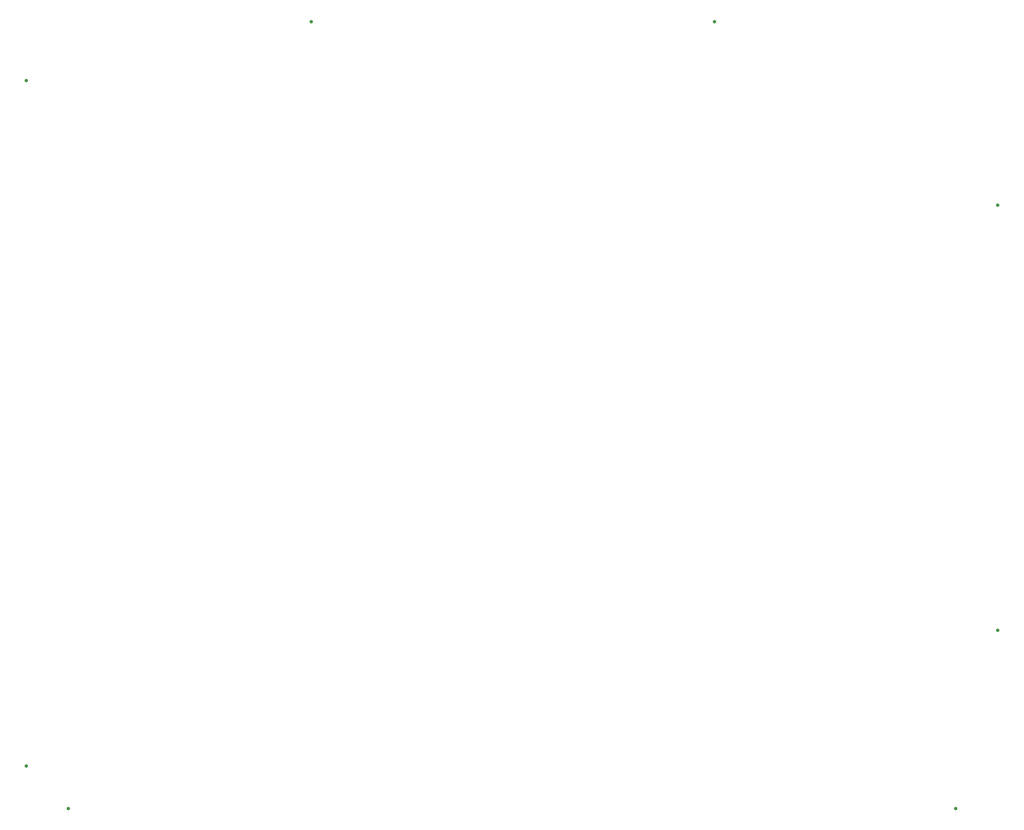
<source format=gbp>
G04*
G04 #@! TF.GenerationSoftware,Altium Limited,Altium Designer,22.11.1 (43)*
G04*
G04 Layer_Color=128*
%FSTAX26Y26*%
%MOIN*%
G70*
G04*
G04 #@! TF.SameCoordinates,AA770BCE-04E6-4DAC-A3A7-18814E9E4FF3*
G04*
G04*
G04 #@! TF.FilePolarity,Positive*
G04*
G01*
G75*
%ADD11C,0.042047*%
D11*
X03225279Y09077735D02*
D03*
X07930279Y09077735D02*
D03*
X00393512Y-00101861D02*
D03*
X-00098483Y003937D02*
D03*
X-00099298Y08389491D02*
D03*
X10743266Y-00101861D02*
D03*
X11233266Y06937928D02*
D03*
X11233266Y01977928D02*
D03*
M02*

</source>
